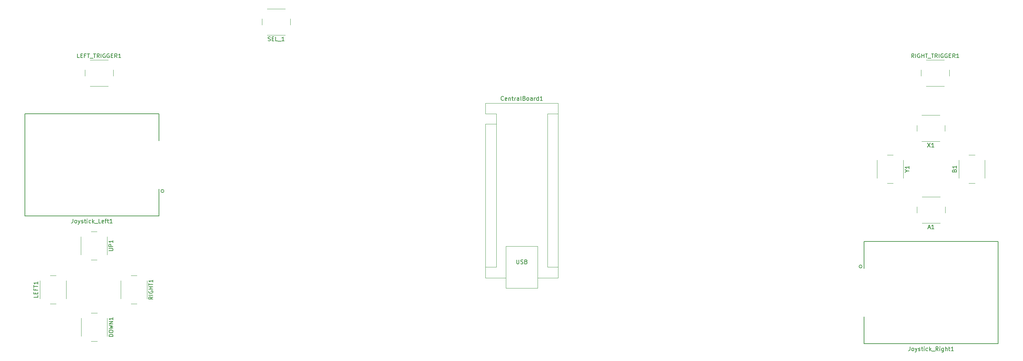
<source format=gto>
%TF.GenerationSoftware,KiCad,Pcbnew,8.0.1*%
%TF.CreationDate,2024-04-02T22:55:17+01:00*%
%TF.ProjectId,Controller_PCB,436f6e74-726f-46c6-9c65-725f5043422e,v0.1*%
%TF.SameCoordinates,Original*%
%TF.FileFunction,Legend,Top*%
%TF.FilePolarity,Positive*%
%FSLAX46Y46*%
G04 Gerber Fmt 4.6, Leading zero omitted, Abs format (unit mm)*
G04 Created by KiCad (PCBNEW 8.0.1) date 2024-04-02 22:55:17*
%MOMM*%
%LPD*%
G01*
G04 APERTURE LIST*
%ADD10C,0.150000*%
%ADD11C,0.203200*%
%ADD12C,0.120000*%
G04 APERTURE END LIST*
D10*
X41005713Y-125184819D02*
X41005713Y-125899104D01*
X41005713Y-125899104D02*
X40958094Y-126041961D01*
X40958094Y-126041961D02*
X40862856Y-126137200D01*
X40862856Y-126137200D02*
X40719999Y-126184819D01*
X40719999Y-126184819D02*
X40624761Y-126184819D01*
X41624761Y-126184819D02*
X41529523Y-126137200D01*
X41529523Y-126137200D02*
X41481904Y-126089580D01*
X41481904Y-126089580D02*
X41434285Y-125994342D01*
X41434285Y-125994342D02*
X41434285Y-125708628D01*
X41434285Y-125708628D02*
X41481904Y-125613390D01*
X41481904Y-125613390D02*
X41529523Y-125565771D01*
X41529523Y-125565771D02*
X41624761Y-125518152D01*
X41624761Y-125518152D02*
X41767618Y-125518152D01*
X41767618Y-125518152D02*
X41862856Y-125565771D01*
X41862856Y-125565771D02*
X41910475Y-125613390D01*
X41910475Y-125613390D02*
X41958094Y-125708628D01*
X41958094Y-125708628D02*
X41958094Y-125994342D01*
X41958094Y-125994342D02*
X41910475Y-126089580D01*
X41910475Y-126089580D02*
X41862856Y-126137200D01*
X41862856Y-126137200D02*
X41767618Y-126184819D01*
X41767618Y-126184819D02*
X41624761Y-126184819D01*
X42291428Y-125518152D02*
X42529523Y-126184819D01*
X42767618Y-125518152D02*
X42529523Y-126184819D01*
X42529523Y-126184819D02*
X42434285Y-126422914D01*
X42434285Y-126422914D02*
X42386666Y-126470533D01*
X42386666Y-126470533D02*
X42291428Y-126518152D01*
X43100952Y-126137200D02*
X43196190Y-126184819D01*
X43196190Y-126184819D02*
X43386666Y-126184819D01*
X43386666Y-126184819D02*
X43481904Y-126137200D01*
X43481904Y-126137200D02*
X43529523Y-126041961D01*
X43529523Y-126041961D02*
X43529523Y-125994342D01*
X43529523Y-125994342D02*
X43481904Y-125899104D01*
X43481904Y-125899104D02*
X43386666Y-125851485D01*
X43386666Y-125851485D02*
X43243809Y-125851485D01*
X43243809Y-125851485D02*
X43148571Y-125803866D01*
X43148571Y-125803866D02*
X43100952Y-125708628D01*
X43100952Y-125708628D02*
X43100952Y-125661009D01*
X43100952Y-125661009D02*
X43148571Y-125565771D01*
X43148571Y-125565771D02*
X43243809Y-125518152D01*
X43243809Y-125518152D02*
X43386666Y-125518152D01*
X43386666Y-125518152D02*
X43481904Y-125565771D01*
X43815238Y-125518152D02*
X44196190Y-125518152D01*
X43958095Y-125184819D02*
X43958095Y-126041961D01*
X43958095Y-126041961D02*
X44005714Y-126137200D01*
X44005714Y-126137200D02*
X44100952Y-126184819D01*
X44100952Y-126184819D02*
X44196190Y-126184819D01*
X44529524Y-126184819D02*
X44529524Y-125518152D01*
X44529524Y-125184819D02*
X44481905Y-125232438D01*
X44481905Y-125232438D02*
X44529524Y-125280057D01*
X44529524Y-125280057D02*
X44577143Y-125232438D01*
X44577143Y-125232438D02*
X44529524Y-125184819D01*
X44529524Y-125184819D02*
X44529524Y-125280057D01*
X45434285Y-126137200D02*
X45339047Y-126184819D01*
X45339047Y-126184819D02*
X45148571Y-126184819D01*
X45148571Y-126184819D02*
X45053333Y-126137200D01*
X45053333Y-126137200D02*
X45005714Y-126089580D01*
X45005714Y-126089580D02*
X44958095Y-125994342D01*
X44958095Y-125994342D02*
X44958095Y-125708628D01*
X44958095Y-125708628D02*
X45005714Y-125613390D01*
X45005714Y-125613390D02*
X45053333Y-125565771D01*
X45053333Y-125565771D02*
X45148571Y-125518152D01*
X45148571Y-125518152D02*
X45339047Y-125518152D01*
X45339047Y-125518152D02*
X45434285Y-125565771D01*
X45862857Y-126184819D02*
X45862857Y-125184819D01*
X45958095Y-125803866D02*
X46243809Y-126184819D01*
X46243809Y-125518152D02*
X45862857Y-125899104D01*
X46434286Y-126280057D02*
X47196190Y-126280057D01*
X47910476Y-126184819D02*
X47434286Y-126184819D01*
X47434286Y-126184819D02*
X47434286Y-125184819D01*
X48624762Y-126137200D02*
X48529524Y-126184819D01*
X48529524Y-126184819D02*
X48339048Y-126184819D01*
X48339048Y-126184819D02*
X48243810Y-126137200D01*
X48243810Y-126137200D02*
X48196191Y-126041961D01*
X48196191Y-126041961D02*
X48196191Y-125661009D01*
X48196191Y-125661009D02*
X48243810Y-125565771D01*
X48243810Y-125565771D02*
X48339048Y-125518152D01*
X48339048Y-125518152D02*
X48529524Y-125518152D01*
X48529524Y-125518152D02*
X48624762Y-125565771D01*
X48624762Y-125565771D02*
X48672381Y-125661009D01*
X48672381Y-125661009D02*
X48672381Y-125756247D01*
X48672381Y-125756247D02*
X48196191Y-125851485D01*
X48958096Y-125518152D02*
X49339048Y-125518152D01*
X49100953Y-126184819D02*
X49100953Y-125327676D01*
X49100953Y-125327676D02*
X49148572Y-125232438D01*
X49148572Y-125232438D02*
X49243810Y-125184819D01*
X49243810Y-125184819D02*
X49339048Y-125184819D01*
X49529525Y-125518152D02*
X49910477Y-125518152D01*
X49672382Y-125184819D02*
X49672382Y-126041961D01*
X49672382Y-126041961D02*
X49720001Y-126137200D01*
X49720001Y-126137200D02*
X49815239Y-126184819D01*
X49815239Y-126184819D02*
X49910477Y-126184819D01*
X50767620Y-126184819D02*
X50196192Y-126184819D01*
X50481906Y-126184819D02*
X50481906Y-125184819D01*
X50481906Y-125184819D02*
X50386668Y-125327676D01*
X50386668Y-125327676D02*
X50291430Y-125422914D01*
X50291430Y-125422914D02*
X50196192Y-125470533D01*
X248761904Y-156964819D02*
X248761904Y-157679104D01*
X248761904Y-157679104D02*
X248714285Y-157821961D01*
X248714285Y-157821961D02*
X248619047Y-157917200D01*
X248619047Y-157917200D02*
X248476190Y-157964819D01*
X248476190Y-157964819D02*
X248380952Y-157964819D01*
X249380952Y-157964819D02*
X249285714Y-157917200D01*
X249285714Y-157917200D02*
X249238095Y-157869580D01*
X249238095Y-157869580D02*
X249190476Y-157774342D01*
X249190476Y-157774342D02*
X249190476Y-157488628D01*
X249190476Y-157488628D02*
X249238095Y-157393390D01*
X249238095Y-157393390D02*
X249285714Y-157345771D01*
X249285714Y-157345771D02*
X249380952Y-157298152D01*
X249380952Y-157298152D02*
X249523809Y-157298152D01*
X249523809Y-157298152D02*
X249619047Y-157345771D01*
X249619047Y-157345771D02*
X249666666Y-157393390D01*
X249666666Y-157393390D02*
X249714285Y-157488628D01*
X249714285Y-157488628D02*
X249714285Y-157774342D01*
X249714285Y-157774342D02*
X249666666Y-157869580D01*
X249666666Y-157869580D02*
X249619047Y-157917200D01*
X249619047Y-157917200D02*
X249523809Y-157964819D01*
X249523809Y-157964819D02*
X249380952Y-157964819D01*
X250047619Y-157298152D02*
X250285714Y-157964819D01*
X250523809Y-157298152D02*
X250285714Y-157964819D01*
X250285714Y-157964819D02*
X250190476Y-158202914D01*
X250190476Y-158202914D02*
X250142857Y-158250533D01*
X250142857Y-158250533D02*
X250047619Y-158298152D01*
X250857143Y-157917200D02*
X250952381Y-157964819D01*
X250952381Y-157964819D02*
X251142857Y-157964819D01*
X251142857Y-157964819D02*
X251238095Y-157917200D01*
X251238095Y-157917200D02*
X251285714Y-157821961D01*
X251285714Y-157821961D02*
X251285714Y-157774342D01*
X251285714Y-157774342D02*
X251238095Y-157679104D01*
X251238095Y-157679104D02*
X251142857Y-157631485D01*
X251142857Y-157631485D02*
X251000000Y-157631485D01*
X251000000Y-157631485D02*
X250904762Y-157583866D01*
X250904762Y-157583866D02*
X250857143Y-157488628D01*
X250857143Y-157488628D02*
X250857143Y-157441009D01*
X250857143Y-157441009D02*
X250904762Y-157345771D01*
X250904762Y-157345771D02*
X251000000Y-157298152D01*
X251000000Y-157298152D02*
X251142857Y-157298152D01*
X251142857Y-157298152D02*
X251238095Y-157345771D01*
X251571429Y-157298152D02*
X251952381Y-157298152D01*
X251714286Y-156964819D02*
X251714286Y-157821961D01*
X251714286Y-157821961D02*
X251761905Y-157917200D01*
X251761905Y-157917200D02*
X251857143Y-157964819D01*
X251857143Y-157964819D02*
X251952381Y-157964819D01*
X252285715Y-157964819D02*
X252285715Y-157298152D01*
X252285715Y-156964819D02*
X252238096Y-157012438D01*
X252238096Y-157012438D02*
X252285715Y-157060057D01*
X252285715Y-157060057D02*
X252333334Y-157012438D01*
X252333334Y-157012438D02*
X252285715Y-156964819D01*
X252285715Y-156964819D02*
X252285715Y-157060057D01*
X253190476Y-157917200D02*
X253095238Y-157964819D01*
X253095238Y-157964819D02*
X252904762Y-157964819D01*
X252904762Y-157964819D02*
X252809524Y-157917200D01*
X252809524Y-157917200D02*
X252761905Y-157869580D01*
X252761905Y-157869580D02*
X252714286Y-157774342D01*
X252714286Y-157774342D02*
X252714286Y-157488628D01*
X252714286Y-157488628D02*
X252761905Y-157393390D01*
X252761905Y-157393390D02*
X252809524Y-157345771D01*
X252809524Y-157345771D02*
X252904762Y-157298152D01*
X252904762Y-157298152D02*
X253095238Y-157298152D01*
X253095238Y-157298152D02*
X253190476Y-157345771D01*
X253619048Y-157964819D02*
X253619048Y-156964819D01*
X253714286Y-157583866D02*
X254000000Y-157964819D01*
X254000000Y-157298152D02*
X253619048Y-157679104D01*
X254190477Y-158060057D02*
X254952381Y-158060057D01*
X255761905Y-157964819D02*
X255428572Y-157488628D01*
X255190477Y-157964819D02*
X255190477Y-156964819D01*
X255190477Y-156964819D02*
X255571429Y-156964819D01*
X255571429Y-156964819D02*
X255666667Y-157012438D01*
X255666667Y-157012438D02*
X255714286Y-157060057D01*
X255714286Y-157060057D02*
X255761905Y-157155295D01*
X255761905Y-157155295D02*
X255761905Y-157298152D01*
X255761905Y-157298152D02*
X255714286Y-157393390D01*
X255714286Y-157393390D02*
X255666667Y-157441009D01*
X255666667Y-157441009D02*
X255571429Y-157488628D01*
X255571429Y-157488628D02*
X255190477Y-157488628D01*
X256190477Y-157964819D02*
X256190477Y-157298152D01*
X256190477Y-156964819D02*
X256142858Y-157012438D01*
X256142858Y-157012438D02*
X256190477Y-157060057D01*
X256190477Y-157060057D02*
X256238096Y-157012438D01*
X256238096Y-157012438D02*
X256190477Y-156964819D01*
X256190477Y-156964819D02*
X256190477Y-157060057D01*
X257095238Y-157298152D02*
X257095238Y-158107676D01*
X257095238Y-158107676D02*
X257047619Y-158202914D01*
X257047619Y-158202914D02*
X257000000Y-158250533D01*
X257000000Y-158250533D02*
X256904762Y-158298152D01*
X256904762Y-158298152D02*
X256761905Y-158298152D01*
X256761905Y-158298152D02*
X256666667Y-158250533D01*
X257095238Y-157917200D02*
X257000000Y-157964819D01*
X257000000Y-157964819D02*
X256809524Y-157964819D01*
X256809524Y-157964819D02*
X256714286Y-157917200D01*
X256714286Y-157917200D02*
X256666667Y-157869580D01*
X256666667Y-157869580D02*
X256619048Y-157774342D01*
X256619048Y-157774342D02*
X256619048Y-157488628D01*
X256619048Y-157488628D02*
X256666667Y-157393390D01*
X256666667Y-157393390D02*
X256714286Y-157345771D01*
X256714286Y-157345771D02*
X256809524Y-157298152D01*
X256809524Y-157298152D02*
X257000000Y-157298152D01*
X257000000Y-157298152D02*
X257095238Y-157345771D01*
X257571429Y-157964819D02*
X257571429Y-156964819D01*
X258000000Y-157964819D02*
X258000000Y-157441009D01*
X258000000Y-157441009D02*
X257952381Y-157345771D01*
X257952381Y-157345771D02*
X257857143Y-157298152D01*
X257857143Y-157298152D02*
X257714286Y-157298152D01*
X257714286Y-157298152D02*
X257619048Y-157345771D01*
X257619048Y-157345771D02*
X257571429Y-157393390D01*
X258333334Y-157298152D02*
X258714286Y-157298152D01*
X258476191Y-156964819D02*
X258476191Y-157821961D01*
X258476191Y-157821961D02*
X258523810Y-157917200D01*
X258523810Y-157917200D02*
X258619048Y-157964819D01*
X258619048Y-157964819D02*
X258714286Y-157964819D01*
X259571429Y-157964819D02*
X259000001Y-157964819D01*
X259285715Y-157964819D02*
X259285715Y-156964819D01*
X259285715Y-156964819D02*
X259190477Y-157107676D01*
X259190477Y-157107676D02*
X259095239Y-157202914D01*
X259095239Y-157202914D02*
X259000001Y-157250533D01*
X249754095Y-85104819D02*
X249420762Y-84628628D01*
X249182667Y-85104819D02*
X249182667Y-84104819D01*
X249182667Y-84104819D02*
X249563619Y-84104819D01*
X249563619Y-84104819D02*
X249658857Y-84152438D01*
X249658857Y-84152438D02*
X249706476Y-84200057D01*
X249706476Y-84200057D02*
X249754095Y-84295295D01*
X249754095Y-84295295D02*
X249754095Y-84438152D01*
X249754095Y-84438152D02*
X249706476Y-84533390D01*
X249706476Y-84533390D02*
X249658857Y-84581009D01*
X249658857Y-84581009D02*
X249563619Y-84628628D01*
X249563619Y-84628628D02*
X249182667Y-84628628D01*
X250182667Y-85104819D02*
X250182667Y-84104819D01*
X251182666Y-84152438D02*
X251087428Y-84104819D01*
X251087428Y-84104819D02*
X250944571Y-84104819D01*
X250944571Y-84104819D02*
X250801714Y-84152438D01*
X250801714Y-84152438D02*
X250706476Y-84247676D01*
X250706476Y-84247676D02*
X250658857Y-84342914D01*
X250658857Y-84342914D02*
X250611238Y-84533390D01*
X250611238Y-84533390D02*
X250611238Y-84676247D01*
X250611238Y-84676247D02*
X250658857Y-84866723D01*
X250658857Y-84866723D02*
X250706476Y-84961961D01*
X250706476Y-84961961D02*
X250801714Y-85057200D01*
X250801714Y-85057200D02*
X250944571Y-85104819D01*
X250944571Y-85104819D02*
X251039809Y-85104819D01*
X251039809Y-85104819D02*
X251182666Y-85057200D01*
X251182666Y-85057200D02*
X251230285Y-85009580D01*
X251230285Y-85009580D02*
X251230285Y-84676247D01*
X251230285Y-84676247D02*
X251039809Y-84676247D01*
X251658857Y-85104819D02*
X251658857Y-84104819D01*
X251658857Y-84581009D02*
X252230285Y-84581009D01*
X252230285Y-85104819D02*
X252230285Y-84104819D01*
X252563619Y-84104819D02*
X253135047Y-84104819D01*
X252849333Y-85104819D02*
X252849333Y-84104819D01*
X253230286Y-85200057D02*
X253992190Y-85200057D01*
X254087429Y-84104819D02*
X254658857Y-84104819D01*
X254373143Y-85104819D02*
X254373143Y-84104819D01*
X255563619Y-85104819D02*
X255230286Y-84628628D01*
X254992191Y-85104819D02*
X254992191Y-84104819D01*
X254992191Y-84104819D02*
X255373143Y-84104819D01*
X255373143Y-84104819D02*
X255468381Y-84152438D01*
X255468381Y-84152438D02*
X255516000Y-84200057D01*
X255516000Y-84200057D02*
X255563619Y-84295295D01*
X255563619Y-84295295D02*
X255563619Y-84438152D01*
X255563619Y-84438152D02*
X255516000Y-84533390D01*
X255516000Y-84533390D02*
X255468381Y-84581009D01*
X255468381Y-84581009D02*
X255373143Y-84628628D01*
X255373143Y-84628628D02*
X254992191Y-84628628D01*
X255992191Y-85104819D02*
X255992191Y-84104819D01*
X256992190Y-84152438D02*
X256896952Y-84104819D01*
X256896952Y-84104819D02*
X256754095Y-84104819D01*
X256754095Y-84104819D02*
X256611238Y-84152438D01*
X256611238Y-84152438D02*
X256516000Y-84247676D01*
X256516000Y-84247676D02*
X256468381Y-84342914D01*
X256468381Y-84342914D02*
X256420762Y-84533390D01*
X256420762Y-84533390D02*
X256420762Y-84676247D01*
X256420762Y-84676247D02*
X256468381Y-84866723D01*
X256468381Y-84866723D02*
X256516000Y-84961961D01*
X256516000Y-84961961D02*
X256611238Y-85057200D01*
X256611238Y-85057200D02*
X256754095Y-85104819D01*
X256754095Y-85104819D02*
X256849333Y-85104819D01*
X256849333Y-85104819D02*
X256992190Y-85057200D01*
X256992190Y-85057200D02*
X257039809Y-85009580D01*
X257039809Y-85009580D02*
X257039809Y-84676247D01*
X257039809Y-84676247D02*
X256849333Y-84676247D01*
X257992190Y-84152438D02*
X257896952Y-84104819D01*
X257896952Y-84104819D02*
X257754095Y-84104819D01*
X257754095Y-84104819D02*
X257611238Y-84152438D01*
X257611238Y-84152438D02*
X257516000Y-84247676D01*
X257516000Y-84247676D02*
X257468381Y-84342914D01*
X257468381Y-84342914D02*
X257420762Y-84533390D01*
X257420762Y-84533390D02*
X257420762Y-84676247D01*
X257420762Y-84676247D02*
X257468381Y-84866723D01*
X257468381Y-84866723D02*
X257516000Y-84961961D01*
X257516000Y-84961961D02*
X257611238Y-85057200D01*
X257611238Y-85057200D02*
X257754095Y-85104819D01*
X257754095Y-85104819D02*
X257849333Y-85104819D01*
X257849333Y-85104819D02*
X257992190Y-85057200D01*
X257992190Y-85057200D02*
X258039809Y-85009580D01*
X258039809Y-85009580D02*
X258039809Y-84676247D01*
X258039809Y-84676247D02*
X257849333Y-84676247D01*
X258468381Y-84581009D02*
X258801714Y-84581009D01*
X258944571Y-85104819D02*
X258468381Y-85104819D01*
X258468381Y-85104819D02*
X258468381Y-84104819D01*
X258468381Y-84104819D02*
X258944571Y-84104819D01*
X259944571Y-85104819D02*
X259611238Y-84628628D01*
X259373143Y-85104819D02*
X259373143Y-84104819D01*
X259373143Y-84104819D02*
X259754095Y-84104819D01*
X259754095Y-84104819D02*
X259849333Y-84152438D01*
X259849333Y-84152438D02*
X259896952Y-84200057D01*
X259896952Y-84200057D02*
X259944571Y-84295295D01*
X259944571Y-84295295D02*
X259944571Y-84438152D01*
X259944571Y-84438152D02*
X259896952Y-84533390D01*
X259896952Y-84533390D02*
X259849333Y-84581009D01*
X259849333Y-84581009D02*
X259754095Y-84628628D01*
X259754095Y-84628628D02*
X259373143Y-84628628D01*
X260896952Y-85104819D02*
X260325524Y-85104819D01*
X260611238Y-85104819D02*
X260611238Y-84104819D01*
X260611238Y-84104819D02*
X260516000Y-84247676D01*
X260516000Y-84247676D02*
X260420762Y-84342914D01*
X260420762Y-84342914D02*
X260325524Y-84390533D01*
X42617047Y-85104819D02*
X42140857Y-85104819D01*
X42140857Y-85104819D02*
X42140857Y-84104819D01*
X42950381Y-84581009D02*
X43283714Y-84581009D01*
X43426571Y-85104819D02*
X42950381Y-85104819D01*
X42950381Y-85104819D02*
X42950381Y-84104819D01*
X42950381Y-84104819D02*
X43426571Y-84104819D01*
X44188476Y-84581009D02*
X43855143Y-84581009D01*
X43855143Y-85104819D02*
X43855143Y-84104819D01*
X43855143Y-84104819D02*
X44331333Y-84104819D01*
X44569429Y-84104819D02*
X45140857Y-84104819D01*
X44855143Y-85104819D02*
X44855143Y-84104819D01*
X45236096Y-85200057D02*
X45998000Y-85200057D01*
X46093239Y-84104819D02*
X46664667Y-84104819D01*
X46378953Y-85104819D02*
X46378953Y-84104819D01*
X47569429Y-85104819D02*
X47236096Y-84628628D01*
X46998001Y-85104819D02*
X46998001Y-84104819D01*
X46998001Y-84104819D02*
X47378953Y-84104819D01*
X47378953Y-84104819D02*
X47474191Y-84152438D01*
X47474191Y-84152438D02*
X47521810Y-84200057D01*
X47521810Y-84200057D02*
X47569429Y-84295295D01*
X47569429Y-84295295D02*
X47569429Y-84438152D01*
X47569429Y-84438152D02*
X47521810Y-84533390D01*
X47521810Y-84533390D02*
X47474191Y-84581009D01*
X47474191Y-84581009D02*
X47378953Y-84628628D01*
X47378953Y-84628628D02*
X46998001Y-84628628D01*
X47998001Y-85104819D02*
X47998001Y-84104819D01*
X48998000Y-84152438D02*
X48902762Y-84104819D01*
X48902762Y-84104819D02*
X48759905Y-84104819D01*
X48759905Y-84104819D02*
X48617048Y-84152438D01*
X48617048Y-84152438D02*
X48521810Y-84247676D01*
X48521810Y-84247676D02*
X48474191Y-84342914D01*
X48474191Y-84342914D02*
X48426572Y-84533390D01*
X48426572Y-84533390D02*
X48426572Y-84676247D01*
X48426572Y-84676247D02*
X48474191Y-84866723D01*
X48474191Y-84866723D02*
X48521810Y-84961961D01*
X48521810Y-84961961D02*
X48617048Y-85057200D01*
X48617048Y-85057200D02*
X48759905Y-85104819D01*
X48759905Y-85104819D02*
X48855143Y-85104819D01*
X48855143Y-85104819D02*
X48998000Y-85057200D01*
X48998000Y-85057200D02*
X49045619Y-85009580D01*
X49045619Y-85009580D02*
X49045619Y-84676247D01*
X49045619Y-84676247D02*
X48855143Y-84676247D01*
X49998000Y-84152438D02*
X49902762Y-84104819D01*
X49902762Y-84104819D02*
X49759905Y-84104819D01*
X49759905Y-84104819D02*
X49617048Y-84152438D01*
X49617048Y-84152438D02*
X49521810Y-84247676D01*
X49521810Y-84247676D02*
X49474191Y-84342914D01*
X49474191Y-84342914D02*
X49426572Y-84533390D01*
X49426572Y-84533390D02*
X49426572Y-84676247D01*
X49426572Y-84676247D02*
X49474191Y-84866723D01*
X49474191Y-84866723D02*
X49521810Y-84961961D01*
X49521810Y-84961961D02*
X49617048Y-85057200D01*
X49617048Y-85057200D02*
X49759905Y-85104819D01*
X49759905Y-85104819D02*
X49855143Y-85104819D01*
X49855143Y-85104819D02*
X49998000Y-85057200D01*
X49998000Y-85057200D02*
X50045619Y-85009580D01*
X50045619Y-85009580D02*
X50045619Y-84676247D01*
X50045619Y-84676247D02*
X49855143Y-84676247D01*
X50474191Y-84581009D02*
X50807524Y-84581009D01*
X50950381Y-85104819D02*
X50474191Y-85104819D01*
X50474191Y-85104819D02*
X50474191Y-84104819D01*
X50474191Y-84104819D02*
X50950381Y-84104819D01*
X51950381Y-85104819D02*
X51617048Y-84628628D01*
X51378953Y-85104819D02*
X51378953Y-84104819D01*
X51378953Y-84104819D02*
X51759905Y-84104819D01*
X51759905Y-84104819D02*
X51855143Y-84152438D01*
X51855143Y-84152438D02*
X51902762Y-84200057D01*
X51902762Y-84200057D02*
X51950381Y-84295295D01*
X51950381Y-84295295D02*
X51950381Y-84438152D01*
X51950381Y-84438152D02*
X51902762Y-84533390D01*
X51902762Y-84533390D02*
X51855143Y-84581009D01*
X51855143Y-84581009D02*
X51759905Y-84628628D01*
X51759905Y-84628628D02*
X51378953Y-84628628D01*
X52902762Y-85104819D02*
X52331334Y-85104819D01*
X52617048Y-85104819D02*
X52617048Y-84104819D01*
X52617048Y-84104819D02*
X52521810Y-84247676D01*
X52521810Y-84247676D02*
X52426572Y-84342914D01*
X52426572Y-84342914D02*
X52331334Y-84390533D01*
X248068628Y-113252190D02*
X248544819Y-113252190D01*
X247544819Y-113585523D02*
X248068628Y-113252190D01*
X248068628Y-113252190D02*
X247544819Y-112918857D01*
X248544819Y-112061714D02*
X248544819Y-112633142D01*
X248544819Y-112347428D02*
X247544819Y-112347428D01*
X247544819Y-112347428D02*
X247687676Y-112442666D01*
X247687676Y-112442666D02*
X247782914Y-112537904D01*
X247782914Y-112537904D02*
X247830533Y-112633142D01*
X253138476Y-106356819D02*
X253805142Y-107356819D01*
X253805142Y-106356819D02*
X253138476Y-107356819D01*
X254709904Y-107356819D02*
X254138476Y-107356819D01*
X254424190Y-107356819D02*
X254424190Y-106356819D01*
X254424190Y-106356819D02*
X254328952Y-106499676D01*
X254328952Y-106499676D02*
X254233714Y-106594914D01*
X254233714Y-106594914D02*
X254138476Y-106642533D01*
X49932819Y-133087904D02*
X50742342Y-133087904D01*
X50742342Y-133087904D02*
X50837580Y-133040285D01*
X50837580Y-133040285D02*
X50885200Y-132992666D01*
X50885200Y-132992666D02*
X50932819Y-132897428D01*
X50932819Y-132897428D02*
X50932819Y-132706952D01*
X50932819Y-132706952D02*
X50885200Y-132611714D01*
X50885200Y-132611714D02*
X50837580Y-132564095D01*
X50837580Y-132564095D02*
X50742342Y-132516476D01*
X50742342Y-132516476D02*
X49932819Y-132516476D01*
X50932819Y-132040285D02*
X49932819Y-132040285D01*
X49932819Y-132040285D02*
X49932819Y-131659333D01*
X49932819Y-131659333D02*
X49980438Y-131564095D01*
X49980438Y-131564095D02*
X50028057Y-131516476D01*
X50028057Y-131516476D02*
X50123295Y-131468857D01*
X50123295Y-131468857D02*
X50266152Y-131468857D01*
X50266152Y-131468857D02*
X50361390Y-131516476D01*
X50361390Y-131516476D02*
X50409009Y-131564095D01*
X50409009Y-131564095D02*
X50456628Y-131659333D01*
X50456628Y-131659333D02*
X50456628Y-132040285D01*
X50932819Y-130516476D02*
X50932819Y-131087904D01*
X50932819Y-130802190D02*
X49932819Y-130802190D01*
X49932819Y-130802190D02*
X50075676Y-130897428D01*
X50075676Y-130897428D02*
X50170914Y-130992666D01*
X50170914Y-130992666D02*
X50218533Y-131087904D01*
X89440000Y-80857200D02*
X89582857Y-80904819D01*
X89582857Y-80904819D02*
X89820952Y-80904819D01*
X89820952Y-80904819D02*
X89916190Y-80857200D01*
X89916190Y-80857200D02*
X89963809Y-80809580D01*
X89963809Y-80809580D02*
X90011428Y-80714342D01*
X90011428Y-80714342D02*
X90011428Y-80619104D01*
X90011428Y-80619104D02*
X89963809Y-80523866D01*
X89963809Y-80523866D02*
X89916190Y-80476247D01*
X89916190Y-80476247D02*
X89820952Y-80428628D01*
X89820952Y-80428628D02*
X89630476Y-80381009D01*
X89630476Y-80381009D02*
X89535238Y-80333390D01*
X89535238Y-80333390D02*
X89487619Y-80285771D01*
X89487619Y-80285771D02*
X89440000Y-80190533D01*
X89440000Y-80190533D02*
X89440000Y-80095295D01*
X89440000Y-80095295D02*
X89487619Y-80000057D01*
X89487619Y-80000057D02*
X89535238Y-79952438D01*
X89535238Y-79952438D02*
X89630476Y-79904819D01*
X89630476Y-79904819D02*
X89868571Y-79904819D01*
X89868571Y-79904819D02*
X90011428Y-79952438D01*
X90440000Y-80381009D02*
X90773333Y-80381009D01*
X90916190Y-80904819D02*
X90440000Y-80904819D01*
X90440000Y-80904819D02*
X90440000Y-79904819D01*
X90440000Y-79904819D02*
X90916190Y-79904819D01*
X91820952Y-80904819D02*
X91344762Y-80904819D01*
X91344762Y-80904819D02*
X91344762Y-79904819D01*
X91916191Y-81000057D02*
X92678095Y-81000057D01*
X93440000Y-80904819D02*
X92868572Y-80904819D01*
X93154286Y-80904819D02*
X93154286Y-79904819D01*
X93154286Y-79904819D02*
X93059048Y-80047676D01*
X93059048Y-80047676D02*
X92963810Y-80142914D01*
X92963810Y-80142914D02*
X92868572Y-80190533D01*
X60838819Y-144557523D02*
X60362628Y-144890856D01*
X60838819Y-145128951D02*
X59838819Y-145128951D01*
X59838819Y-145128951D02*
X59838819Y-144747999D01*
X59838819Y-144747999D02*
X59886438Y-144652761D01*
X59886438Y-144652761D02*
X59934057Y-144605142D01*
X59934057Y-144605142D02*
X60029295Y-144557523D01*
X60029295Y-144557523D02*
X60172152Y-144557523D01*
X60172152Y-144557523D02*
X60267390Y-144605142D01*
X60267390Y-144605142D02*
X60315009Y-144652761D01*
X60315009Y-144652761D02*
X60362628Y-144747999D01*
X60362628Y-144747999D02*
X60362628Y-145128951D01*
X60838819Y-144128951D02*
X59838819Y-144128951D01*
X59886438Y-143128952D02*
X59838819Y-143224190D01*
X59838819Y-143224190D02*
X59838819Y-143367047D01*
X59838819Y-143367047D02*
X59886438Y-143509904D01*
X59886438Y-143509904D02*
X59981676Y-143605142D01*
X59981676Y-143605142D02*
X60076914Y-143652761D01*
X60076914Y-143652761D02*
X60267390Y-143700380D01*
X60267390Y-143700380D02*
X60410247Y-143700380D01*
X60410247Y-143700380D02*
X60600723Y-143652761D01*
X60600723Y-143652761D02*
X60695961Y-143605142D01*
X60695961Y-143605142D02*
X60791200Y-143509904D01*
X60791200Y-143509904D02*
X60838819Y-143367047D01*
X60838819Y-143367047D02*
X60838819Y-143271809D01*
X60838819Y-143271809D02*
X60791200Y-143128952D01*
X60791200Y-143128952D02*
X60743580Y-143081333D01*
X60743580Y-143081333D02*
X60410247Y-143081333D01*
X60410247Y-143081333D02*
X60410247Y-143271809D01*
X60838819Y-142652761D02*
X59838819Y-142652761D01*
X60315009Y-142652761D02*
X60315009Y-142081333D01*
X60838819Y-142081333D02*
X59838819Y-142081333D01*
X59838819Y-141747999D02*
X59838819Y-141176571D01*
X60838819Y-141462285D02*
X59838819Y-141462285D01*
X60838819Y-140319428D02*
X60838819Y-140890856D01*
X60838819Y-140605142D02*
X59838819Y-140605142D01*
X59838819Y-140605142D02*
X59981676Y-140700380D01*
X59981676Y-140700380D02*
X60076914Y-140795618D01*
X60076914Y-140795618D02*
X60124533Y-140890856D01*
X32272819Y-144176571D02*
X32272819Y-144652761D01*
X32272819Y-144652761D02*
X31272819Y-144652761D01*
X31749009Y-143843237D02*
X31749009Y-143509904D01*
X32272819Y-143367047D02*
X32272819Y-143843237D01*
X32272819Y-143843237D02*
X31272819Y-143843237D01*
X31272819Y-143843237D02*
X31272819Y-143367047D01*
X31749009Y-142605142D02*
X31749009Y-142938475D01*
X32272819Y-142938475D02*
X31272819Y-142938475D01*
X31272819Y-142938475D02*
X31272819Y-142462285D01*
X31272819Y-142224189D02*
X31272819Y-141652761D01*
X32272819Y-141938475D02*
X31272819Y-141938475D01*
X32272819Y-140795618D02*
X32272819Y-141367046D01*
X32272819Y-141081332D02*
X31272819Y-141081332D01*
X31272819Y-141081332D02*
X31415676Y-141176570D01*
X31415676Y-141176570D02*
X31510914Y-141271808D01*
X31510914Y-141271808D02*
X31558533Y-141367046D01*
X50968819Y-154451142D02*
X49968819Y-154451142D01*
X49968819Y-154451142D02*
X49968819Y-154213047D01*
X49968819Y-154213047D02*
X50016438Y-154070190D01*
X50016438Y-154070190D02*
X50111676Y-153974952D01*
X50111676Y-153974952D02*
X50206914Y-153927333D01*
X50206914Y-153927333D02*
X50397390Y-153879714D01*
X50397390Y-153879714D02*
X50540247Y-153879714D01*
X50540247Y-153879714D02*
X50730723Y-153927333D01*
X50730723Y-153927333D02*
X50825961Y-153974952D01*
X50825961Y-153974952D02*
X50921200Y-154070190D01*
X50921200Y-154070190D02*
X50968819Y-154213047D01*
X50968819Y-154213047D02*
X50968819Y-154451142D01*
X49968819Y-153260666D02*
X49968819Y-153070190D01*
X49968819Y-153070190D02*
X50016438Y-152974952D01*
X50016438Y-152974952D02*
X50111676Y-152879714D01*
X50111676Y-152879714D02*
X50302152Y-152832095D01*
X50302152Y-152832095D02*
X50635485Y-152832095D01*
X50635485Y-152832095D02*
X50825961Y-152879714D01*
X50825961Y-152879714D02*
X50921200Y-152974952D01*
X50921200Y-152974952D02*
X50968819Y-153070190D01*
X50968819Y-153070190D02*
X50968819Y-153260666D01*
X50968819Y-153260666D02*
X50921200Y-153355904D01*
X50921200Y-153355904D02*
X50825961Y-153451142D01*
X50825961Y-153451142D02*
X50635485Y-153498761D01*
X50635485Y-153498761D02*
X50302152Y-153498761D01*
X50302152Y-153498761D02*
X50111676Y-153451142D01*
X50111676Y-153451142D02*
X50016438Y-153355904D01*
X50016438Y-153355904D02*
X49968819Y-153260666D01*
X49968819Y-152498761D02*
X50968819Y-152260666D01*
X50968819Y-152260666D02*
X50254533Y-152070190D01*
X50254533Y-152070190D02*
X50968819Y-151879714D01*
X50968819Y-151879714D02*
X49968819Y-151641619D01*
X50968819Y-151260666D02*
X49968819Y-151260666D01*
X49968819Y-151260666D02*
X50968819Y-150689238D01*
X50968819Y-150689238D02*
X49968819Y-150689238D01*
X50968819Y-149689238D02*
X50968819Y-150260666D01*
X50968819Y-149974952D02*
X49968819Y-149974952D01*
X49968819Y-149974952D02*
X50111676Y-150070190D01*
X50111676Y-150070190D02*
X50206914Y-150165428D01*
X50206914Y-150165428D02*
X50254533Y-150260666D01*
X259805009Y-113180761D02*
X259852628Y-113037904D01*
X259852628Y-113037904D02*
X259900247Y-112990285D01*
X259900247Y-112990285D02*
X259995485Y-112942666D01*
X259995485Y-112942666D02*
X260138342Y-112942666D01*
X260138342Y-112942666D02*
X260233580Y-112990285D01*
X260233580Y-112990285D02*
X260281200Y-113037904D01*
X260281200Y-113037904D02*
X260328819Y-113133142D01*
X260328819Y-113133142D02*
X260328819Y-113514094D01*
X260328819Y-113514094D02*
X259328819Y-113514094D01*
X259328819Y-113514094D02*
X259328819Y-113180761D01*
X259328819Y-113180761D02*
X259376438Y-113085523D01*
X259376438Y-113085523D02*
X259424057Y-113037904D01*
X259424057Y-113037904D02*
X259519295Y-112990285D01*
X259519295Y-112990285D02*
X259614533Y-112990285D01*
X259614533Y-112990285D02*
X259709771Y-113037904D01*
X259709771Y-113037904D02*
X259757390Y-113085523D01*
X259757390Y-113085523D02*
X259805009Y-113180761D01*
X259805009Y-113180761D02*
X259805009Y-113514094D01*
X260328819Y-111990285D02*
X260328819Y-112561713D01*
X260328819Y-112275999D02*
X259328819Y-112275999D01*
X259328819Y-112275999D02*
X259471676Y-112371237D01*
X259471676Y-112371237D02*
X259566914Y-112466475D01*
X259566914Y-112466475D02*
X259614533Y-112561713D01*
X253285714Y-127355104D02*
X253761904Y-127355104D01*
X253190476Y-127640819D02*
X253523809Y-126640819D01*
X253523809Y-126640819D02*
X253857142Y-127640819D01*
X254714285Y-127640819D02*
X254142857Y-127640819D01*
X254428571Y-127640819D02*
X254428571Y-126640819D01*
X254428571Y-126640819D02*
X254333333Y-126783676D01*
X254333333Y-126783676D02*
X254238095Y-126878914D01*
X254238095Y-126878914D02*
X254142857Y-126926533D01*
X147886189Y-95609580D02*
X147838570Y-95657200D01*
X147838570Y-95657200D02*
X147695713Y-95704819D01*
X147695713Y-95704819D02*
X147600475Y-95704819D01*
X147600475Y-95704819D02*
X147457618Y-95657200D01*
X147457618Y-95657200D02*
X147362380Y-95561961D01*
X147362380Y-95561961D02*
X147314761Y-95466723D01*
X147314761Y-95466723D02*
X147267142Y-95276247D01*
X147267142Y-95276247D02*
X147267142Y-95133390D01*
X147267142Y-95133390D02*
X147314761Y-94942914D01*
X147314761Y-94942914D02*
X147362380Y-94847676D01*
X147362380Y-94847676D02*
X147457618Y-94752438D01*
X147457618Y-94752438D02*
X147600475Y-94704819D01*
X147600475Y-94704819D02*
X147695713Y-94704819D01*
X147695713Y-94704819D02*
X147838570Y-94752438D01*
X147838570Y-94752438D02*
X147886189Y-94800057D01*
X148695713Y-95657200D02*
X148600475Y-95704819D01*
X148600475Y-95704819D02*
X148409999Y-95704819D01*
X148409999Y-95704819D02*
X148314761Y-95657200D01*
X148314761Y-95657200D02*
X148267142Y-95561961D01*
X148267142Y-95561961D02*
X148267142Y-95181009D01*
X148267142Y-95181009D02*
X148314761Y-95085771D01*
X148314761Y-95085771D02*
X148409999Y-95038152D01*
X148409999Y-95038152D02*
X148600475Y-95038152D01*
X148600475Y-95038152D02*
X148695713Y-95085771D01*
X148695713Y-95085771D02*
X148743332Y-95181009D01*
X148743332Y-95181009D02*
X148743332Y-95276247D01*
X148743332Y-95276247D02*
X148267142Y-95371485D01*
X149171904Y-95038152D02*
X149171904Y-95704819D01*
X149171904Y-95133390D02*
X149219523Y-95085771D01*
X149219523Y-95085771D02*
X149314761Y-95038152D01*
X149314761Y-95038152D02*
X149457618Y-95038152D01*
X149457618Y-95038152D02*
X149552856Y-95085771D01*
X149552856Y-95085771D02*
X149600475Y-95181009D01*
X149600475Y-95181009D02*
X149600475Y-95704819D01*
X149933809Y-95038152D02*
X150314761Y-95038152D01*
X150076666Y-94704819D02*
X150076666Y-95561961D01*
X150076666Y-95561961D02*
X150124285Y-95657200D01*
X150124285Y-95657200D02*
X150219523Y-95704819D01*
X150219523Y-95704819D02*
X150314761Y-95704819D01*
X150648095Y-95704819D02*
X150648095Y-95038152D01*
X150648095Y-95228628D02*
X150695714Y-95133390D01*
X150695714Y-95133390D02*
X150743333Y-95085771D01*
X150743333Y-95085771D02*
X150838571Y-95038152D01*
X150838571Y-95038152D02*
X150933809Y-95038152D01*
X151695714Y-95704819D02*
X151695714Y-95181009D01*
X151695714Y-95181009D02*
X151648095Y-95085771D01*
X151648095Y-95085771D02*
X151552857Y-95038152D01*
X151552857Y-95038152D02*
X151362381Y-95038152D01*
X151362381Y-95038152D02*
X151267143Y-95085771D01*
X151695714Y-95657200D02*
X151600476Y-95704819D01*
X151600476Y-95704819D02*
X151362381Y-95704819D01*
X151362381Y-95704819D02*
X151267143Y-95657200D01*
X151267143Y-95657200D02*
X151219524Y-95561961D01*
X151219524Y-95561961D02*
X151219524Y-95466723D01*
X151219524Y-95466723D02*
X151267143Y-95371485D01*
X151267143Y-95371485D02*
X151362381Y-95323866D01*
X151362381Y-95323866D02*
X151600476Y-95323866D01*
X151600476Y-95323866D02*
X151695714Y-95276247D01*
X152314762Y-95704819D02*
X152219524Y-95657200D01*
X152219524Y-95657200D02*
X152171905Y-95561961D01*
X152171905Y-95561961D02*
X152171905Y-94704819D01*
X153029048Y-95181009D02*
X153171905Y-95228628D01*
X153171905Y-95228628D02*
X153219524Y-95276247D01*
X153219524Y-95276247D02*
X153267143Y-95371485D01*
X153267143Y-95371485D02*
X153267143Y-95514342D01*
X153267143Y-95514342D02*
X153219524Y-95609580D01*
X153219524Y-95609580D02*
X153171905Y-95657200D01*
X153171905Y-95657200D02*
X153076667Y-95704819D01*
X153076667Y-95704819D02*
X152695715Y-95704819D01*
X152695715Y-95704819D02*
X152695715Y-94704819D01*
X152695715Y-94704819D02*
X153029048Y-94704819D01*
X153029048Y-94704819D02*
X153124286Y-94752438D01*
X153124286Y-94752438D02*
X153171905Y-94800057D01*
X153171905Y-94800057D02*
X153219524Y-94895295D01*
X153219524Y-94895295D02*
X153219524Y-94990533D01*
X153219524Y-94990533D02*
X153171905Y-95085771D01*
X153171905Y-95085771D02*
X153124286Y-95133390D01*
X153124286Y-95133390D02*
X153029048Y-95181009D01*
X153029048Y-95181009D02*
X152695715Y-95181009D01*
X153838572Y-95704819D02*
X153743334Y-95657200D01*
X153743334Y-95657200D02*
X153695715Y-95609580D01*
X153695715Y-95609580D02*
X153648096Y-95514342D01*
X153648096Y-95514342D02*
X153648096Y-95228628D01*
X153648096Y-95228628D02*
X153695715Y-95133390D01*
X153695715Y-95133390D02*
X153743334Y-95085771D01*
X153743334Y-95085771D02*
X153838572Y-95038152D01*
X153838572Y-95038152D02*
X153981429Y-95038152D01*
X153981429Y-95038152D02*
X154076667Y-95085771D01*
X154076667Y-95085771D02*
X154124286Y-95133390D01*
X154124286Y-95133390D02*
X154171905Y-95228628D01*
X154171905Y-95228628D02*
X154171905Y-95514342D01*
X154171905Y-95514342D02*
X154124286Y-95609580D01*
X154124286Y-95609580D02*
X154076667Y-95657200D01*
X154076667Y-95657200D02*
X153981429Y-95704819D01*
X153981429Y-95704819D02*
X153838572Y-95704819D01*
X155029048Y-95704819D02*
X155029048Y-95181009D01*
X155029048Y-95181009D02*
X154981429Y-95085771D01*
X154981429Y-95085771D02*
X154886191Y-95038152D01*
X154886191Y-95038152D02*
X154695715Y-95038152D01*
X154695715Y-95038152D02*
X154600477Y-95085771D01*
X155029048Y-95657200D02*
X154933810Y-95704819D01*
X154933810Y-95704819D02*
X154695715Y-95704819D01*
X154695715Y-95704819D02*
X154600477Y-95657200D01*
X154600477Y-95657200D02*
X154552858Y-95561961D01*
X154552858Y-95561961D02*
X154552858Y-95466723D01*
X154552858Y-95466723D02*
X154600477Y-95371485D01*
X154600477Y-95371485D02*
X154695715Y-95323866D01*
X154695715Y-95323866D02*
X154933810Y-95323866D01*
X154933810Y-95323866D02*
X155029048Y-95276247D01*
X155505239Y-95704819D02*
X155505239Y-95038152D01*
X155505239Y-95228628D02*
X155552858Y-95133390D01*
X155552858Y-95133390D02*
X155600477Y-95085771D01*
X155600477Y-95085771D02*
X155695715Y-95038152D01*
X155695715Y-95038152D02*
X155790953Y-95038152D01*
X156552858Y-95704819D02*
X156552858Y-94704819D01*
X156552858Y-95657200D02*
X156457620Y-95704819D01*
X156457620Y-95704819D02*
X156267144Y-95704819D01*
X156267144Y-95704819D02*
X156171906Y-95657200D01*
X156171906Y-95657200D02*
X156124287Y-95609580D01*
X156124287Y-95609580D02*
X156076668Y-95514342D01*
X156076668Y-95514342D02*
X156076668Y-95228628D01*
X156076668Y-95228628D02*
X156124287Y-95133390D01*
X156124287Y-95133390D02*
X156171906Y-95085771D01*
X156171906Y-95085771D02*
X156267144Y-95038152D01*
X156267144Y-95038152D02*
X156457620Y-95038152D01*
X156457620Y-95038152D02*
X156552858Y-95085771D01*
X157552858Y-95704819D02*
X156981430Y-95704819D01*
X157267144Y-95704819D02*
X157267144Y-94704819D01*
X157267144Y-94704819D02*
X157171906Y-94847676D01*
X157171906Y-94847676D02*
X157076668Y-94942914D01*
X157076668Y-94942914D02*
X156981430Y-94990533D01*
X151148095Y-135344819D02*
X151148095Y-136154342D01*
X151148095Y-136154342D02*
X151195714Y-136249580D01*
X151195714Y-136249580D02*
X151243333Y-136297200D01*
X151243333Y-136297200D02*
X151338571Y-136344819D01*
X151338571Y-136344819D02*
X151529047Y-136344819D01*
X151529047Y-136344819D02*
X151624285Y-136297200D01*
X151624285Y-136297200D02*
X151671904Y-136249580D01*
X151671904Y-136249580D02*
X151719523Y-136154342D01*
X151719523Y-136154342D02*
X151719523Y-135344819D01*
X152148095Y-136297200D02*
X152290952Y-136344819D01*
X152290952Y-136344819D02*
X152529047Y-136344819D01*
X152529047Y-136344819D02*
X152624285Y-136297200D01*
X152624285Y-136297200D02*
X152671904Y-136249580D01*
X152671904Y-136249580D02*
X152719523Y-136154342D01*
X152719523Y-136154342D02*
X152719523Y-136059104D01*
X152719523Y-136059104D02*
X152671904Y-135963866D01*
X152671904Y-135963866D02*
X152624285Y-135916247D01*
X152624285Y-135916247D02*
X152529047Y-135868628D01*
X152529047Y-135868628D02*
X152338571Y-135821009D01*
X152338571Y-135821009D02*
X152243333Y-135773390D01*
X152243333Y-135773390D02*
X152195714Y-135725771D01*
X152195714Y-135725771D02*
X152148095Y-135630533D01*
X152148095Y-135630533D02*
X152148095Y-135535295D01*
X152148095Y-135535295D02*
X152195714Y-135440057D01*
X152195714Y-135440057D02*
X152243333Y-135392438D01*
X152243333Y-135392438D02*
X152338571Y-135344819D01*
X152338571Y-135344819D02*
X152576666Y-135344819D01*
X152576666Y-135344819D02*
X152719523Y-135392438D01*
X153481428Y-135821009D02*
X153624285Y-135868628D01*
X153624285Y-135868628D02*
X153671904Y-135916247D01*
X153671904Y-135916247D02*
X153719523Y-136011485D01*
X153719523Y-136011485D02*
X153719523Y-136154342D01*
X153719523Y-136154342D02*
X153671904Y-136249580D01*
X153671904Y-136249580D02*
X153624285Y-136297200D01*
X153624285Y-136297200D02*
X153529047Y-136344819D01*
X153529047Y-136344819D02*
X153148095Y-136344819D01*
X153148095Y-136344819D02*
X153148095Y-135344819D01*
X153148095Y-135344819D02*
X153481428Y-135344819D01*
X153481428Y-135344819D02*
X153576666Y-135392438D01*
X153576666Y-135392438D02*
X153624285Y-135440057D01*
X153624285Y-135440057D02*
X153671904Y-135535295D01*
X153671904Y-135535295D02*
X153671904Y-135630533D01*
X153671904Y-135630533D02*
X153624285Y-135725771D01*
X153624285Y-135725771D02*
X153576666Y-135773390D01*
X153576666Y-135773390D02*
X153481428Y-135821009D01*
X153481428Y-135821009D02*
X153148095Y-135821009D01*
D11*
%TO.C,Joystick_Left1*%
X62382400Y-124460000D02*
X62380000Y-117760000D01*
X62382400Y-124460000D02*
X29050000Y-124460000D01*
X62380000Y-99070000D02*
X62380000Y-105770000D01*
X29050000Y-124460000D02*
X29050000Y-99060000D01*
X29050000Y-99060000D02*
X62380000Y-99070000D01*
X63601000Y-118260000D02*
G75*
G02*
X62839000Y-118260000I-381000J0D01*
G01*
X62839000Y-118260000D02*
G75*
G02*
X63601000Y-118260000I381000J0D01*
G01*
%TO.C,Joystick_Right1*%
X237337600Y-130810000D02*
X237340000Y-137510000D01*
X237337600Y-130810000D02*
X270670000Y-130810000D01*
X237340000Y-156200000D02*
X237340000Y-149500000D01*
X270670000Y-130810000D02*
X270670000Y-156210000D01*
X270670000Y-156210000D02*
X237340000Y-156200000D01*
X236881000Y-137010000D02*
G75*
G02*
X236119000Y-137010000I-381000J0D01*
G01*
X236119000Y-137010000D02*
G75*
G02*
X236881000Y-137010000I381000J0D01*
G01*
D12*
%TO.C,RIGHT_TRIGGER1*%
X251516000Y-88150000D02*
X251516000Y-89650000D01*
X252766000Y-92150000D02*
X257266000Y-92150000D01*
X257266000Y-85650000D02*
X252766000Y-85650000D01*
X258516000Y-89650000D02*
X258516000Y-88150000D01*
%TO.C,LEFT_TRIGGER1*%
X43998000Y-88150000D02*
X43998000Y-89650000D01*
X45248000Y-92150000D02*
X49748000Y-92150000D01*
X49748000Y-85650000D02*
X45248000Y-85650000D01*
X50998000Y-89650000D02*
X50998000Y-88150000D01*
%TO.C,Y1*%
X244590000Y-109276000D02*
X243090000Y-109276000D01*
X240590000Y-110526000D02*
X240590000Y-115026000D01*
X247090000Y-115026000D02*
X247090000Y-110526000D01*
X243090000Y-116276000D02*
X244590000Y-116276000D01*
%TO.C,X1*%
X257448000Y-103402000D02*
X257448000Y-101902000D01*
X256198000Y-99402000D02*
X251698000Y-99402000D01*
X251698000Y-105902000D02*
X256198000Y-105902000D01*
X250448000Y-101902000D02*
X250448000Y-103402000D01*
%TO.C,UP1*%
X46978000Y-128326000D02*
X45478000Y-128326000D01*
X42978000Y-129576000D02*
X42978000Y-134076000D01*
X49478000Y-134076000D02*
X49478000Y-129576000D01*
X45478000Y-135326000D02*
X46978000Y-135326000D01*
%TO.C,SEL_1*%
X94940000Y-76950000D02*
X94940000Y-75450000D01*
X93690000Y-72950000D02*
X89190000Y-72950000D01*
X89190000Y-79450000D02*
X93690000Y-79450000D01*
X87940000Y-75450000D02*
X87940000Y-76950000D01*
%TO.C,RIGHT1*%
X56884000Y-139248000D02*
X55384000Y-139248000D01*
X52884000Y-140498000D02*
X52884000Y-144998000D01*
X59384000Y-144998000D02*
X59384000Y-140498000D01*
X55384000Y-146248000D02*
X56884000Y-146248000D01*
%TO.C,LEFT1*%
X35318000Y-146248000D02*
X36818000Y-146248000D01*
X39318000Y-144998000D02*
X39318000Y-140498000D01*
X32818000Y-140498000D02*
X32818000Y-144998000D01*
X36818000Y-139248000D02*
X35318000Y-139248000D01*
%TO.C,DOWN1*%
X47014000Y-148594000D02*
X45514000Y-148594000D01*
X43014000Y-149844000D02*
X43014000Y-154344000D01*
X49514000Y-154344000D02*
X49514000Y-149844000D01*
X45514000Y-155594000D02*
X47014000Y-155594000D01*
%TO.C,B1*%
X263374000Y-116276000D02*
X264874000Y-116276000D01*
X267374000Y-115026000D02*
X267374000Y-110526000D01*
X260874000Y-110526000D02*
X260874000Y-115026000D01*
X264874000Y-109276000D02*
X263374000Y-109276000D01*
%TO.C,A1*%
X257500000Y-123686000D02*
X257500000Y-122186000D01*
X256250000Y-119686000D02*
X251750000Y-119686000D01*
X251750000Y-126186000D02*
X256250000Y-126186000D01*
X250500000Y-122186000D02*
X250500000Y-123686000D01*
%TO.C,CentralBoard1*%
X143390000Y-96390000D02*
X143390000Y-99060000D01*
X143390000Y-101600000D02*
X143390000Y-139830000D01*
X143390000Y-139830000D02*
X148470000Y-139830000D01*
X146060000Y-99060000D02*
X143390000Y-99060000D01*
X146060000Y-101600000D02*
X143390000Y-101600000D01*
X146060000Y-101600000D02*
X146060000Y-99060000D01*
X146060000Y-101600000D02*
X146060000Y-137160000D01*
X146060000Y-137160000D02*
X143390000Y-137160000D01*
X148470000Y-131950000D02*
X156350000Y-131950000D01*
X148470000Y-142370000D02*
X148470000Y-131950000D01*
X156350000Y-131950000D02*
X156350000Y-142370000D01*
X156350000Y-142370000D02*
X148470000Y-142370000D01*
X158760000Y-99060000D02*
X158760000Y-137160000D01*
X158760000Y-99060000D02*
X161430000Y-99060000D01*
X158760000Y-137160000D02*
X161430000Y-137160000D01*
X161430000Y-96390000D02*
X143390000Y-96390000D01*
X161430000Y-139830000D02*
X156350000Y-139830000D01*
X161430000Y-139830000D02*
X161430000Y-96390000D01*
%TD*%
M02*

</source>
